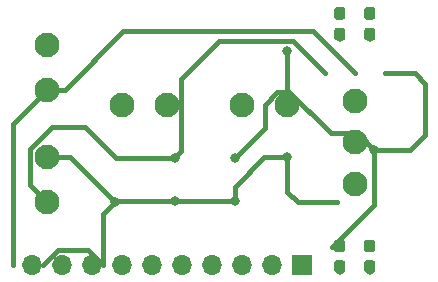
<source format=gbr>
G04 #@! TF.GenerationSoftware,KiCad,Pcbnew,5.1.4-e60b266~84~ubuntu18.04.1*
G04 #@! TF.CreationDate,2019-09-26T20:27:51+08:00*
G04 #@! TF.ProjectId,head,68656164-2e6b-4696-9361-645f70636258,rev?*
G04 #@! TF.SameCoordinates,Original*
G04 #@! TF.FileFunction,Copper,L2,Bot*
G04 #@! TF.FilePolarity,Positive*
%FSLAX46Y46*%
G04 Gerber Fmt 4.6, Leading zero omitted, Abs format (unit mm)*
G04 Created by KiCad (PCBNEW 5.1.4-e60b266~84~ubuntu18.04.1) date 2019-09-26 20:27:51*
%MOMM*%
%LPD*%
G04 APERTURE LIST*
%ADD10C,0.100000*%
%ADD11C,0.950000*%
%ADD12C,2.100000*%
%ADD13O,1.700000X1.700000*%
%ADD14R,1.700000X1.700000*%
%ADD15C,0.800000*%
%ADD16C,0.400000*%
G04 APERTURE END LIST*
D10*
G36*
X77730779Y-47623144D02*
G01*
X77753834Y-47626563D01*
X77776443Y-47632227D01*
X77798387Y-47640079D01*
X77819457Y-47650044D01*
X77839448Y-47662026D01*
X77858168Y-47675910D01*
X77875438Y-47691562D01*
X77891090Y-47708832D01*
X77904974Y-47727552D01*
X77916956Y-47747543D01*
X77926921Y-47768613D01*
X77934773Y-47790557D01*
X77940437Y-47813166D01*
X77943856Y-47836221D01*
X77945000Y-47859500D01*
X77945000Y-48434500D01*
X77943856Y-48457779D01*
X77940437Y-48480834D01*
X77934773Y-48503443D01*
X77926921Y-48525387D01*
X77916956Y-48546457D01*
X77904974Y-48566448D01*
X77891090Y-48585168D01*
X77875438Y-48602438D01*
X77858168Y-48618090D01*
X77839448Y-48631974D01*
X77819457Y-48643956D01*
X77798387Y-48653921D01*
X77776443Y-48661773D01*
X77753834Y-48667437D01*
X77730779Y-48670856D01*
X77707500Y-48672000D01*
X77232500Y-48672000D01*
X77209221Y-48670856D01*
X77186166Y-48667437D01*
X77163557Y-48661773D01*
X77141613Y-48653921D01*
X77120543Y-48643956D01*
X77100552Y-48631974D01*
X77081832Y-48618090D01*
X77064562Y-48602438D01*
X77048910Y-48585168D01*
X77035026Y-48566448D01*
X77023044Y-48546457D01*
X77013079Y-48525387D01*
X77005227Y-48503443D01*
X76999563Y-48480834D01*
X76996144Y-48457779D01*
X76995000Y-48434500D01*
X76995000Y-47859500D01*
X76996144Y-47836221D01*
X76999563Y-47813166D01*
X77005227Y-47790557D01*
X77013079Y-47768613D01*
X77023044Y-47747543D01*
X77035026Y-47727552D01*
X77048910Y-47708832D01*
X77064562Y-47691562D01*
X77081832Y-47675910D01*
X77100552Y-47662026D01*
X77120543Y-47650044D01*
X77141613Y-47640079D01*
X77163557Y-47632227D01*
X77186166Y-47626563D01*
X77209221Y-47623144D01*
X77232500Y-47622000D01*
X77707500Y-47622000D01*
X77730779Y-47623144D01*
X77730779Y-47623144D01*
G37*
D11*
X77470000Y-48147000D03*
D10*
G36*
X77730779Y-49373144D02*
G01*
X77753834Y-49376563D01*
X77776443Y-49382227D01*
X77798387Y-49390079D01*
X77819457Y-49400044D01*
X77839448Y-49412026D01*
X77858168Y-49425910D01*
X77875438Y-49441562D01*
X77891090Y-49458832D01*
X77904974Y-49477552D01*
X77916956Y-49497543D01*
X77926921Y-49518613D01*
X77934773Y-49540557D01*
X77940437Y-49563166D01*
X77943856Y-49586221D01*
X77945000Y-49609500D01*
X77945000Y-50184500D01*
X77943856Y-50207779D01*
X77940437Y-50230834D01*
X77934773Y-50253443D01*
X77926921Y-50275387D01*
X77916956Y-50296457D01*
X77904974Y-50316448D01*
X77891090Y-50335168D01*
X77875438Y-50352438D01*
X77858168Y-50368090D01*
X77839448Y-50381974D01*
X77819457Y-50393956D01*
X77798387Y-50403921D01*
X77776443Y-50411773D01*
X77753834Y-50417437D01*
X77730779Y-50420856D01*
X77707500Y-50422000D01*
X77232500Y-50422000D01*
X77209221Y-50420856D01*
X77186166Y-50417437D01*
X77163557Y-50411773D01*
X77141613Y-50403921D01*
X77120543Y-50393956D01*
X77100552Y-50381974D01*
X77081832Y-50368090D01*
X77064562Y-50352438D01*
X77048910Y-50335168D01*
X77035026Y-50316448D01*
X77023044Y-50296457D01*
X77013079Y-50275387D01*
X77005227Y-50253443D01*
X76999563Y-50230834D01*
X76996144Y-50207779D01*
X76995000Y-50184500D01*
X76995000Y-49609500D01*
X76996144Y-49586221D01*
X76999563Y-49563166D01*
X77005227Y-49540557D01*
X77013079Y-49518613D01*
X77023044Y-49497543D01*
X77035026Y-49477552D01*
X77048910Y-49458832D01*
X77064562Y-49441562D01*
X77081832Y-49425910D01*
X77100552Y-49412026D01*
X77120543Y-49400044D01*
X77141613Y-49390079D01*
X77163557Y-49382227D01*
X77186166Y-49376563D01*
X77209221Y-49373144D01*
X77232500Y-49372000D01*
X77707500Y-49372000D01*
X77730779Y-49373144D01*
X77730779Y-49373144D01*
G37*
D11*
X77470000Y-49897000D03*
D10*
G36*
X75190779Y-47623144D02*
G01*
X75213834Y-47626563D01*
X75236443Y-47632227D01*
X75258387Y-47640079D01*
X75279457Y-47650044D01*
X75299448Y-47662026D01*
X75318168Y-47675910D01*
X75335438Y-47691562D01*
X75351090Y-47708832D01*
X75364974Y-47727552D01*
X75376956Y-47747543D01*
X75386921Y-47768613D01*
X75394773Y-47790557D01*
X75400437Y-47813166D01*
X75403856Y-47836221D01*
X75405000Y-47859500D01*
X75405000Y-48434500D01*
X75403856Y-48457779D01*
X75400437Y-48480834D01*
X75394773Y-48503443D01*
X75386921Y-48525387D01*
X75376956Y-48546457D01*
X75364974Y-48566448D01*
X75351090Y-48585168D01*
X75335438Y-48602438D01*
X75318168Y-48618090D01*
X75299448Y-48631974D01*
X75279457Y-48643956D01*
X75258387Y-48653921D01*
X75236443Y-48661773D01*
X75213834Y-48667437D01*
X75190779Y-48670856D01*
X75167500Y-48672000D01*
X74692500Y-48672000D01*
X74669221Y-48670856D01*
X74646166Y-48667437D01*
X74623557Y-48661773D01*
X74601613Y-48653921D01*
X74580543Y-48643956D01*
X74560552Y-48631974D01*
X74541832Y-48618090D01*
X74524562Y-48602438D01*
X74508910Y-48585168D01*
X74495026Y-48566448D01*
X74483044Y-48546457D01*
X74473079Y-48525387D01*
X74465227Y-48503443D01*
X74459563Y-48480834D01*
X74456144Y-48457779D01*
X74455000Y-48434500D01*
X74455000Y-47859500D01*
X74456144Y-47836221D01*
X74459563Y-47813166D01*
X74465227Y-47790557D01*
X74473079Y-47768613D01*
X74483044Y-47747543D01*
X74495026Y-47727552D01*
X74508910Y-47708832D01*
X74524562Y-47691562D01*
X74541832Y-47675910D01*
X74560552Y-47662026D01*
X74580543Y-47650044D01*
X74601613Y-47640079D01*
X74623557Y-47632227D01*
X74646166Y-47626563D01*
X74669221Y-47623144D01*
X74692500Y-47622000D01*
X75167500Y-47622000D01*
X75190779Y-47623144D01*
X75190779Y-47623144D01*
G37*
D11*
X74930000Y-48147000D03*
D10*
G36*
X75190779Y-49373144D02*
G01*
X75213834Y-49376563D01*
X75236443Y-49382227D01*
X75258387Y-49390079D01*
X75279457Y-49400044D01*
X75299448Y-49412026D01*
X75318168Y-49425910D01*
X75335438Y-49441562D01*
X75351090Y-49458832D01*
X75364974Y-49477552D01*
X75376956Y-49497543D01*
X75386921Y-49518613D01*
X75394773Y-49540557D01*
X75400437Y-49563166D01*
X75403856Y-49586221D01*
X75405000Y-49609500D01*
X75405000Y-50184500D01*
X75403856Y-50207779D01*
X75400437Y-50230834D01*
X75394773Y-50253443D01*
X75386921Y-50275387D01*
X75376956Y-50296457D01*
X75364974Y-50316448D01*
X75351090Y-50335168D01*
X75335438Y-50352438D01*
X75318168Y-50368090D01*
X75299448Y-50381974D01*
X75279457Y-50393956D01*
X75258387Y-50403921D01*
X75236443Y-50411773D01*
X75213834Y-50417437D01*
X75190779Y-50420856D01*
X75167500Y-50422000D01*
X74692500Y-50422000D01*
X74669221Y-50420856D01*
X74646166Y-50417437D01*
X74623557Y-50411773D01*
X74601613Y-50403921D01*
X74580543Y-50393956D01*
X74560552Y-50381974D01*
X74541832Y-50368090D01*
X74524562Y-50352438D01*
X74508910Y-50335168D01*
X74495026Y-50316448D01*
X74483044Y-50296457D01*
X74473079Y-50275387D01*
X74465227Y-50253443D01*
X74459563Y-50230834D01*
X74456144Y-50207779D01*
X74455000Y-50184500D01*
X74455000Y-49609500D01*
X74456144Y-49586221D01*
X74459563Y-49563166D01*
X74465227Y-49540557D01*
X74473079Y-49518613D01*
X74483044Y-49497543D01*
X74495026Y-49477552D01*
X74508910Y-49458832D01*
X74524562Y-49441562D01*
X74541832Y-49425910D01*
X74560552Y-49412026D01*
X74580543Y-49400044D01*
X74601613Y-49390079D01*
X74623557Y-49382227D01*
X74646166Y-49376563D01*
X74669221Y-49373144D01*
X74692500Y-49372000D01*
X75167500Y-49372000D01*
X75190779Y-49373144D01*
X75190779Y-49373144D01*
G37*
D11*
X74930000Y-49897000D03*
D10*
G36*
X77730779Y-27938144D02*
G01*
X77753834Y-27941563D01*
X77776443Y-27947227D01*
X77798387Y-27955079D01*
X77819457Y-27965044D01*
X77839448Y-27977026D01*
X77858168Y-27990910D01*
X77875438Y-28006562D01*
X77891090Y-28023832D01*
X77904974Y-28042552D01*
X77916956Y-28062543D01*
X77926921Y-28083613D01*
X77934773Y-28105557D01*
X77940437Y-28128166D01*
X77943856Y-28151221D01*
X77945000Y-28174500D01*
X77945000Y-28749500D01*
X77943856Y-28772779D01*
X77940437Y-28795834D01*
X77934773Y-28818443D01*
X77926921Y-28840387D01*
X77916956Y-28861457D01*
X77904974Y-28881448D01*
X77891090Y-28900168D01*
X77875438Y-28917438D01*
X77858168Y-28933090D01*
X77839448Y-28946974D01*
X77819457Y-28958956D01*
X77798387Y-28968921D01*
X77776443Y-28976773D01*
X77753834Y-28982437D01*
X77730779Y-28985856D01*
X77707500Y-28987000D01*
X77232500Y-28987000D01*
X77209221Y-28985856D01*
X77186166Y-28982437D01*
X77163557Y-28976773D01*
X77141613Y-28968921D01*
X77120543Y-28958956D01*
X77100552Y-28946974D01*
X77081832Y-28933090D01*
X77064562Y-28917438D01*
X77048910Y-28900168D01*
X77035026Y-28881448D01*
X77023044Y-28861457D01*
X77013079Y-28840387D01*
X77005227Y-28818443D01*
X76999563Y-28795834D01*
X76996144Y-28772779D01*
X76995000Y-28749500D01*
X76995000Y-28174500D01*
X76996144Y-28151221D01*
X76999563Y-28128166D01*
X77005227Y-28105557D01*
X77013079Y-28083613D01*
X77023044Y-28062543D01*
X77035026Y-28042552D01*
X77048910Y-28023832D01*
X77064562Y-28006562D01*
X77081832Y-27990910D01*
X77100552Y-27977026D01*
X77120543Y-27965044D01*
X77141613Y-27955079D01*
X77163557Y-27947227D01*
X77186166Y-27941563D01*
X77209221Y-27938144D01*
X77232500Y-27937000D01*
X77707500Y-27937000D01*
X77730779Y-27938144D01*
X77730779Y-27938144D01*
G37*
D11*
X77470000Y-28462000D03*
D10*
G36*
X77730779Y-29688144D02*
G01*
X77753834Y-29691563D01*
X77776443Y-29697227D01*
X77798387Y-29705079D01*
X77819457Y-29715044D01*
X77839448Y-29727026D01*
X77858168Y-29740910D01*
X77875438Y-29756562D01*
X77891090Y-29773832D01*
X77904974Y-29792552D01*
X77916956Y-29812543D01*
X77926921Y-29833613D01*
X77934773Y-29855557D01*
X77940437Y-29878166D01*
X77943856Y-29901221D01*
X77945000Y-29924500D01*
X77945000Y-30499500D01*
X77943856Y-30522779D01*
X77940437Y-30545834D01*
X77934773Y-30568443D01*
X77926921Y-30590387D01*
X77916956Y-30611457D01*
X77904974Y-30631448D01*
X77891090Y-30650168D01*
X77875438Y-30667438D01*
X77858168Y-30683090D01*
X77839448Y-30696974D01*
X77819457Y-30708956D01*
X77798387Y-30718921D01*
X77776443Y-30726773D01*
X77753834Y-30732437D01*
X77730779Y-30735856D01*
X77707500Y-30737000D01*
X77232500Y-30737000D01*
X77209221Y-30735856D01*
X77186166Y-30732437D01*
X77163557Y-30726773D01*
X77141613Y-30718921D01*
X77120543Y-30708956D01*
X77100552Y-30696974D01*
X77081832Y-30683090D01*
X77064562Y-30667438D01*
X77048910Y-30650168D01*
X77035026Y-30631448D01*
X77023044Y-30611457D01*
X77013079Y-30590387D01*
X77005227Y-30568443D01*
X76999563Y-30545834D01*
X76996144Y-30522779D01*
X76995000Y-30499500D01*
X76995000Y-29924500D01*
X76996144Y-29901221D01*
X76999563Y-29878166D01*
X77005227Y-29855557D01*
X77013079Y-29833613D01*
X77023044Y-29812543D01*
X77035026Y-29792552D01*
X77048910Y-29773832D01*
X77064562Y-29756562D01*
X77081832Y-29740910D01*
X77100552Y-29727026D01*
X77120543Y-29715044D01*
X77141613Y-29705079D01*
X77163557Y-29697227D01*
X77186166Y-29691563D01*
X77209221Y-29688144D01*
X77232500Y-29687000D01*
X77707500Y-29687000D01*
X77730779Y-29688144D01*
X77730779Y-29688144D01*
G37*
D11*
X77470000Y-30212000D03*
D10*
G36*
X75190779Y-27938144D02*
G01*
X75213834Y-27941563D01*
X75236443Y-27947227D01*
X75258387Y-27955079D01*
X75279457Y-27965044D01*
X75299448Y-27977026D01*
X75318168Y-27990910D01*
X75335438Y-28006562D01*
X75351090Y-28023832D01*
X75364974Y-28042552D01*
X75376956Y-28062543D01*
X75386921Y-28083613D01*
X75394773Y-28105557D01*
X75400437Y-28128166D01*
X75403856Y-28151221D01*
X75405000Y-28174500D01*
X75405000Y-28749500D01*
X75403856Y-28772779D01*
X75400437Y-28795834D01*
X75394773Y-28818443D01*
X75386921Y-28840387D01*
X75376956Y-28861457D01*
X75364974Y-28881448D01*
X75351090Y-28900168D01*
X75335438Y-28917438D01*
X75318168Y-28933090D01*
X75299448Y-28946974D01*
X75279457Y-28958956D01*
X75258387Y-28968921D01*
X75236443Y-28976773D01*
X75213834Y-28982437D01*
X75190779Y-28985856D01*
X75167500Y-28987000D01*
X74692500Y-28987000D01*
X74669221Y-28985856D01*
X74646166Y-28982437D01*
X74623557Y-28976773D01*
X74601613Y-28968921D01*
X74580543Y-28958956D01*
X74560552Y-28946974D01*
X74541832Y-28933090D01*
X74524562Y-28917438D01*
X74508910Y-28900168D01*
X74495026Y-28881448D01*
X74483044Y-28861457D01*
X74473079Y-28840387D01*
X74465227Y-28818443D01*
X74459563Y-28795834D01*
X74456144Y-28772779D01*
X74455000Y-28749500D01*
X74455000Y-28174500D01*
X74456144Y-28151221D01*
X74459563Y-28128166D01*
X74465227Y-28105557D01*
X74473079Y-28083613D01*
X74483044Y-28062543D01*
X74495026Y-28042552D01*
X74508910Y-28023832D01*
X74524562Y-28006562D01*
X74541832Y-27990910D01*
X74560552Y-27977026D01*
X74580543Y-27965044D01*
X74601613Y-27955079D01*
X74623557Y-27947227D01*
X74646166Y-27941563D01*
X74669221Y-27938144D01*
X74692500Y-27937000D01*
X75167500Y-27937000D01*
X75190779Y-27938144D01*
X75190779Y-27938144D01*
G37*
D11*
X74930000Y-28462000D03*
D10*
G36*
X75190779Y-29688144D02*
G01*
X75213834Y-29691563D01*
X75236443Y-29697227D01*
X75258387Y-29705079D01*
X75279457Y-29715044D01*
X75299448Y-29727026D01*
X75318168Y-29740910D01*
X75335438Y-29756562D01*
X75351090Y-29773832D01*
X75364974Y-29792552D01*
X75376956Y-29812543D01*
X75386921Y-29833613D01*
X75394773Y-29855557D01*
X75400437Y-29878166D01*
X75403856Y-29901221D01*
X75405000Y-29924500D01*
X75405000Y-30499500D01*
X75403856Y-30522779D01*
X75400437Y-30545834D01*
X75394773Y-30568443D01*
X75386921Y-30590387D01*
X75376956Y-30611457D01*
X75364974Y-30631448D01*
X75351090Y-30650168D01*
X75335438Y-30667438D01*
X75318168Y-30683090D01*
X75299448Y-30696974D01*
X75279457Y-30708956D01*
X75258387Y-30718921D01*
X75236443Y-30726773D01*
X75213834Y-30732437D01*
X75190779Y-30735856D01*
X75167500Y-30737000D01*
X74692500Y-30737000D01*
X74669221Y-30735856D01*
X74646166Y-30732437D01*
X74623557Y-30726773D01*
X74601613Y-30718921D01*
X74580543Y-30708956D01*
X74560552Y-30696974D01*
X74541832Y-30683090D01*
X74524562Y-30667438D01*
X74508910Y-30650168D01*
X74495026Y-30631448D01*
X74483044Y-30611457D01*
X74473079Y-30590387D01*
X74465227Y-30568443D01*
X74459563Y-30545834D01*
X74456144Y-30522779D01*
X74455000Y-30499500D01*
X74455000Y-29924500D01*
X74456144Y-29901221D01*
X74459563Y-29878166D01*
X74465227Y-29855557D01*
X74473079Y-29833613D01*
X74483044Y-29812543D01*
X74495026Y-29792552D01*
X74508910Y-29773832D01*
X74524562Y-29756562D01*
X74541832Y-29740910D01*
X74560552Y-29727026D01*
X74580543Y-29715044D01*
X74601613Y-29705079D01*
X74623557Y-29697227D01*
X74646166Y-29691563D01*
X74669221Y-29688144D01*
X74692500Y-29687000D01*
X75167500Y-29687000D01*
X75190779Y-29688144D01*
X75190779Y-29688144D01*
G37*
D11*
X74930000Y-30212000D03*
D12*
X50165000Y-31115000D03*
X50165000Y-34925000D03*
X50165000Y-40640000D03*
X50165000Y-44450000D03*
X60325000Y-36195000D03*
X56515000Y-36195000D03*
X70485000Y-36195000D03*
X66675000Y-36195000D03*
X76200000Y-42870000D03*
X76200000Y-39370000D03*
X76200000Y-35870000D03*
D13*
X48895000Y-49784000D03*
X51435000Y-49784000D03*
X53975000Y-49784000D03*
X56515000Y-49784000D03*
X59055000Y-49784000D03*
X61595000Y-49784000D03*
X64135000Y-49784000D03*
X66675000Y-49784000D03*
X69215000Y-49784000D03*
D14*
X71755000Y-49784000D03*
D15*
X60960000Y-44345000D03*
X66040000Y-44345000D03*
X55880000Y-44450000D03*
X70485000Y-40625000D03*
X70485000Y-31623000D03*
X77851004Y-40004996D03*
X66040000Y-40745000D03*
X60960000Y-40745000D03*
X74930000Y-30480000D03*
X77470000Y-30480000D03*
X74930000Y-50165000D03*
X77470000Y-50165000D03*
D16*
X50165000Y-40640000D02*
X52070000Y-40640000D01*
X52070000Y-40640000D02*
X55880000Y-44450000D01*
X60960000Y-44345000D02*
X66040000Y-44345000D01*
X60960000Y-44345000D02*
X55985000Y-44345000D01*
X55985000Y-44345000D02*
X55880000Y-44450000D01*
X68542500Y-40625000D02*
X70485000Y-40625000D01*
X66040000Y-44345000D02*
X66040000Y-43127500D01*
X66040000Y-43127500D02*
X68542500Y-40625000D01*
X53613999Y-48533999D02*
X54864000Y-49784000D01*
X51034001Y-48533999D02*
X53613999Y-48533999D01*
X49784000Y-49784000D02*
X51034001Y-48533999D01*
X71374000Y-44450000D02*
X74676000Y-44450000D01*
X70485000Y-40625000D02*
X70485000Y-43561000D01*
X70485000Y-43561000D02*
X71374000Y-44450000D01*
X54864000Y-45466000D02*
X55880000Y-44450000D01*
X54864000Y-49784000D02*
X54864000Y-45466000D01*
X70485000Y-34925000D02*
X70485000Y-31623000D01*
X77851004Y-44703996D02*
X77851004Y-40004996D01*
X74295000Y-48260000D02*
X77851004Y-44703996D01*
X68580000Y-36195000D02*
X68580000Y-38205000D01*
X68580000Y-38205000D02*
X66040000Y-40745000D01*
X68580000Y-38100000D02*
X68580000Y-36195000D01*
X81280000Y-33542000D02*
X78740000Y-33542000D01*
X70264999Y-35145001D02*
X70485000Y-34925000D01*
X69629999Y-35145001D02*
X70264999Y-35145001D01*
X68580000Y-36195000D02*
X69629999Y-35145001D01*
X81280000Y-33542000D02*
X82155010Y-34417010D01*
X82155010Y-34417010D02*
X82155010Y-38748990D01*
X74168000Y-38608000D02*
X76454008Y-38608000D01*
X76454008Y-38608000D02*
X77851004Y-40004996D01*
X74168000Y-38608000D02*
X70485000Y-34925000D01*
X80899004Y-40004996D02*
X82155010Y-38748990D01*
X77851004Y-40004996D02*
X80899004Y-40004996D01*
X47244000Y-37846000D02*
X50165000Y-34925000D01*
X47244000Y-49784000D02*
X47244000Y-37846000D01*
X76200000Y-33542000D02*
X72630000Y-29972000D01*
X56602924Y-29972000D02*
X62992000Y-29972000D01*
X51649924Y-34925000D02*
X56602924Y-29972000D01*
X50165000Y-34925000D02*
X51649924Y-34925000D01*
X72630000Y-29972000D02*
X62992000Y-29972000D01*
X62992000Y-29972000D02*
X60452000Y-29972000D01*
X48714999Y-39943999D02*
X50558998Y-38100000D01*
X50165000Y-44450000D02*
X48714999Y-42999999D01*
X48714999Y-42999999D02*
X48714999Y-39943999D01*
X50558998Y-38100000D02*
X53340000Y-38100000D01*
X55985000Y-40745000D02*
X60960000Y-40745000D01*
X53340000Y-38100000D02*
X55985000Y-40745000D01*
X70940999Y-30822999D02*
X64681001Y-30822999D01*
X73660000Y-33542000D02*
X70940999Y-30822999D01*
X64681001Y-30822999D02*
X61468000Y-34036000D01*
X61468000Y-34036000D02*
X61468000Y-40132000D01*
X60960000Y-40640000D02*
X60960000Y-40745000D01*
X61468000Y-40132000D02*
X60960000Y-40640000D01*
M02*

</source>
